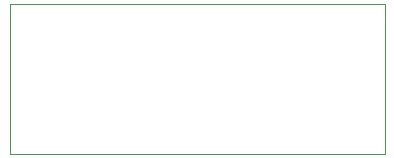
<source format=gbr>
G04 #@! TF.GenerationSoftware,KiCad,Pcbnew,5.1.5*
G04 #@! TF.CreationDate,2020-01-04T21:59:30+01:00*
G04 #@! TF.ProjectId,cs_ina199,63735f69-6e61-4313-9939-2e6b69636164,rev?*
G04 #@! TF.SameCoordinates,Original*
G04 #@! TF.FileFunction,Profile,NP*
%FSLAX46Y46*%
G04 Gerber Fmt 4.6, Leading zero omitted, Abs format (unit mm)*
G04 Created by KiCad (PCBNEW 5.1.5) date 2020-01-04 21:59:30*
%MOMM*%
%LPD*%
G04 APERTURE LIST*
%ADD10C,0.050000*%
G04 APERTURE END LIST*
D10*
X125730000Y-91440000D02*
X125730000Y-78740000D01*
X157480000Y-91440000D02*
X125730000Y-91440000D01*
X157480000Y-78740000D02*
X157480000Y-91440000D01*
X125730000Y-78740000D02*
X157480000Y-78740000D01*
M02*

</source>
